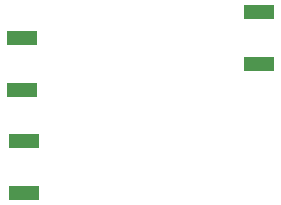
<source format=gtp>
G04*
G04 #@! TF.GenerationSoftware,Altium Limited,Altium Designer,20.2.5 (213)*
G04*
G04 Layer_Color=8421504*
%FSLAX25Y25*%
%MOIN*%
G70*
G04*
G04 #@! TF.SameCoordinates,4BDDF83D-22BF-46A4-B0D9-F4370223F083*
G04*
G04*
G04 #@! TF.FilePolarity,Positive*
G04*
G01*
G75*
%ADD16R,0.10236X0.04724*%
D16*
X566500Y432839D02*
D03*
Y450161D02*
D03*
X567000Y398339D02*
D03*
Y415661D02*
D03*
X645500Y441339D02*
D03*
Y458661D02*
D03*
M02*

</source>
